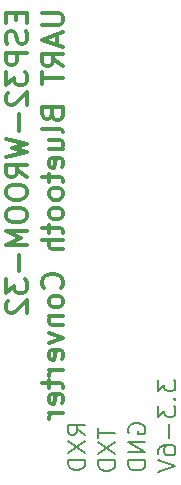
<source format=gbo>
%TF.GenerationSoftware,KiCad,Pcbnew,(5.1.7)-1*%
%TF.CreationDate,2020-10-20T01:21:36+09:00*%
%TF.ProjectId,UARTtoBluetoothSerial,55415254-746f-4426-9c75-65746f6f7468,rev?*%
%TF.SameCoordinates,Original*%
%TF.FileFunction,Legend,Bot*%
%TF.FilePolarity,Positive*%
%FSLAX46Y46*%
G04 Gerber Fmt 4.6, Leading zero omitted, Abs format (unit mm)*
G04 Created by KiCad (PCBNEW (5.1.7)-1) date 2020-10-20 01:21:36*
%MOMM*%
%LPD*%
G01*
G04 APERTURE LIST*
%ADD10C,0.300000*%
%ADD11C,0.200000*%
G04 APERTURE END LIST*
D10*
X106575428Y-60059571D02*
X106575428Y-60659571D01*
X107518285Y-60916714D02*
X107518285Y-60059571D01*
X105718285Y-60059571D01*
X105718285Y-60916714D01*
X107432571Y-61602428D02*
X107518285Y-61859571D01*
X107518285Y-62288142D01*
X107432571Y-62459571D01*
X107346857Y-62545285D01*
X107175428Y-62631000D01*
X107004000Y-62631000D01*
X106832571Y-62545285D01*
X106746857Y-62459571D01*
X106661142Y-62288142D01*
X106575428Y-61945285D01*
X106489714Y-61773857D01*
X106404000Y-61688142D01*
X106232571Y-61602428D01*
X106061142Y-61602428D01*
X105889714Y-61688142D01*
X105804000Y-61773857D01*
X105718285Y-61945285D01*
X105718285Y-62373857D01*
X105804000Y-62631000D01*
X107518285Y-63402428D02*
X105718285Y-63402428D01*
X105718285Y-64088142D01*
X105804000Y-64259571D01*
X105889714Y-64345285D01*
X106061142Y-64431000D01*
X106318285Y-64431000D01*
X106489714Y-64345285D01*
X106575428Y-64259571D01*
X106661142Y-64088142D01*
X106661142Y-63402428D01*
X105718285Y-65031000D02*
X105718285Y-66145285D01*
X106404000Y-65545285D01*
X106404000Y-65802428D01*
X106489714Y-65973857D01*
X106575428Y-66059571D01*
X106746857Y-66145285D01*
X107175428Y-66145285D01*
X107346857Y-66059571D01*
X107432571Y-65973857D01*
X107518285Y-65802428D01*
X107518285Y-65288142D01*
X107432571Y-65116714D01*
X107346857Y-65031000D01*
X105889714Y-66831000D02*
X105804000Y-66916714D01*
X105718285Y-67088142D01*
X105718285Y-67516714D01*
X105804000Y-67688142D01*
X105889714Y-67773857D01*
X106061142Y-67859571D01*
X106232571Y-67859571D01*
X106489714Y-67773857D01*
X107518285Y-66745285D01*
X107518285Y-67859571D01*
X106832571Y-68631000D02*
X106832571Y-70002428D01*
X105718285Y-70688142D02*
X107518285Y-71116714D01*
X106232571Y-71459571D01*
X107518285Y-71802428D01*
X105718285Y-72231000D01*
X107518285Y-73945285D02*
X106661142Y-73345285D01*
X107518285Y-72916714D02*
X105718285Y-72916714D01*
X105718285Y-73602428D01*
X105804000Y-73773857D01*
X105889714Y-73859571D01*
X106061142Y-73945285D01*
X106318285Y-73945285D01*
X106489714Y-73859571D01*
X106575428Y-73773857D01*
X106661142Y-73602428D01*
X106661142Y-72916714D01*
X105718285Y-75059571D02*
X105718285Y-75402428D01*
X105804000Y-75573857D01*
X105975428Y-75745285D01*
X106318285Y-75830999D01*
X106918285Y-75830999D01*
X107261142Y-75745285D01*
X107432571Y-75573857D01*
X107518285Y-75402428D01*
X107518285Y-75059571D01*
X107432571Y-74888142D01*
X107261142Y-74716714D01*
X106918285Y-74631000D01*
X106318285Y-74631000D01*
X105975428Y-74716714D01*
X105804000Y-74888142D01*
X105718285Y-75059571D01*
X105718285Y-76945285D02*
X105718285Y-77288142D01*
X105804000Y-77459571D01*
X105975428Y-77630999D01*
X106318285Y-77716714D01*
X106918285Y-77716714D01*
X107261142Y-77630999D01*
X107432571Y-77459571D01*
X107518285Y-77288142D01*
X107518285Y-76945285D01*
X107432571Y-76773857D01*
X107261142Y-76602428D01*
X106918285Y-76516714D01*
X106318285Y-76516714D01*
X105975428Y-76602428D01*
X105804000Y-76773857D01*
X105718285Y-76945285D01*
X107518285Y-78488142D02*
X105718285Y-78488142D01*
X107004000Y-79088142D01*
X105718285Y-79688142D01*
X107518285Y-79688142D01*
X106832571Y-80545285D02*
X106832571Y-81916714D01*
X105718285Y-82602428D02*
X105718285Y-83716714D01*
X106404000Y-83116714D01*
X106404000Y-83373857D01*
X106489714Y-83545285D01*
X106575428Y-83630999D01*
X106746857Y-83716714D01*
X107175428Y-83716714D01*
X107346857Y-83630999D01*
X107432571Y-83545285D01*
X107518285Y-83373857D01*
X107518285Y-82859571D01*
X107432571Y-82688142D01*
X107346857Y-82602428D01*
X105889714Y-84402428D02*
X105804000Y-84488142D01*
X105718285Y-84659571D01*
X105718285Y-85088142D01*
X105804000Y-85259571D01*
X105889714Y-85345285D01*
X106061142Y-85430999D01*
X106232571Y-85430999D01*
X106489714Y-85345285D01*
X107518285Y-84316714D01*
X107518285Y-85430999D01*
X108718285Y-60059571D02*
X110175428Y-60059571D01*
X110346857Y-60145285D01*
X110432571Y-60231000D01*
X110518285Y-60402428D01*
X110518285Y-60745285D01*
X110432571Y-60916714D01*
X110346857Y-61002428D01*
X110175428Y-61088142D01*
X108718285Y-61088142D01*
X110004000Y-61859571D02*
X110004000Y-62716714D01*
X110518285Y-61688142D02*
X108718285Y-62288142D01*
X110518285Y-62888142D01*
X110518285Y-64516714D02*
X109661142Y-63916714D01*
X110518285Y-63488142D02*
X108718285Y-63488142D01*
X108718285Y-64173857D01*
X108804000Y-64345285D01*
X108889714Y-64431000D01*
X109061142Y-64516714D01*
X109318285Y-64516714D01*
X109489714Y-64431000D01*
X109575428Y-64345285D01*
X109661142Y-64173857D01*
X109661142Y-63488142D01*
X108718285Y-65031000D02*
X108718285Y-66059571D01*
X110518285Y-65545285D02*
X108718285Y-65545285D01*
X109575428Y-68631000D02*
X109661142Y-68888142D01*
X109746857Y-68973857D01*
X109918285Y-69059571D01*
X110175428Y-69059571D01*
X110346857Y-68973857D01*
X110432571Y-68888142D01*
X110518285Y-68716714D01*
X110518285Y-68031000D01*
X108718285Y-68031000D01*
X108718285Y-68631000D01*
X108804000Y-68802428D01*
X108889714Y-68888142D01*
X109061142Y-68973857D01*
X109232571Y-68973857D01*
X109404000Y-68888142D01*
X109489714Y-68802428D01*
X109575428Y-68631000D01*
X109575428Y-68031000D01*
X110518285Y-70088142D02*
X110432571Y-69916714D01*
X110261142Y-69831000D01*
X108718285Y-69831000D01*
X109318285Y-71545285D02*
X110518285Y-71545285D01*
X109318285Y-70773857D02*
X110261142Y-70773857D01*
X110432571Y-70859571D01*
X110518285Y-71031000D01*
X110518285Y-71288142D01*
X110432571Y-71459571D01*
X110346857Y-71545285D01*
X110432571Y-73088142D02*
X110518285Y-72916714D01*
X110518285Y-72573857D01*
X110432571Y-72402428D01*
X110261142Y-72316714D01*
X109575428Y-72316714D01*
X109404000Y-72402428D01*
X109318285Y-72573857D01*
X109318285Y-72916714D01*
X109404000Y-73088142D01*
X109575428Y-73173857D01*
X109746857Y-73173857D01*
X109918285Y-72316714D01*
X109318285Y-73688142D02*
X109318285Y-74373857D01*
X108718285Y-73945285D02*
X110261142Y-73945285D01*
X110432571Y-74031000D01*
X110518285Y-74202428D01*
X110518285Y-74373857D01*
X110518285Y-75231000D02*
X110432571Y-75059571D01*
X110346857Y-74973857D01*
X110175428Y-74888142D01*
X109661142Y-74888142D01*
X109489714Y-74973857D01*
X109404000Y-75059571D01*
X109318285Y-75231000D01*
X109318285Y-75488142D01*
X109404000Y-75659571D01*
X109489714Y-75745285D01*
X109661142Y-75831000D01*
X110175428Y-75831000D01*
X110346857Y-75745285D01*
X110432571Y-75659571D01*
X110518285Y-75488142D01*
X110518285Y-75231000D01*
X110518285Y-76859571D02*
X110432571Y-76688142D01*
X110346857Y-76602428D01*
X110175428Y-76516714D01*
X109661142Y-76516714D01*
X109489714Y-76602428D01*
X109404000Y-76688142D01*
X109318285Y-76859571D01*
X109318285Y-77116714D01*
X109404000Y-77288142D01*
X109489714Y-77373857D01*
X109661142Y-77459571D01*
X110175428Y-77459571D01*
X110346857Y-77373857D01*
X110432571Y-77288142D01*
X110518285Y-77116714D01*
X110518285Y-76859571D01*
X109318285Y-77973857D02*
X109318285Y-78659571D01*
X108718285Y-78231000D02*
X110261142Y-78231000D01*
X110432571Y-78316714D01*
X110518285Y-78488142D01*
X110518285Y-78659571D01*
X110518285Y-79259571D02*
X108718285Y-79259571D01*
X110518285Y-80031000D02*
X109575428Y-80031000D01*
X109404000Y-79945285D01*
X109318285Y-79773857D01*
X109318285Y-79516714D01*
X109404000Y-79345285D01*
X109489714Y-79259571D01*
X110346857Y-83288142D02*
X110432571Y-83202428D01*
X110518285Y-82945285D01*
X110518285Y-82773857D01*
X110432571Y-82516714D01*
X110261142Y-82345285D01*
X110089714Y-82259571D01*
X109746857Y-82173857D01*
X109489714Y-82173857D01*
X109146857Y-82259571D01*
X108975428Y-82345285D01*
X108804000Y-82516714D01*
X108718285Y-82773857D01*
X108718285Y-82945285D01*
X108804000Y-83202428D01*
X108889714Y-83288142D01*
X110518285Y-84316714D02*
X110432571Y-84145285D01*
X110346857Y-84059571D01*
X110175428Y-83973857D01*
X109661142Y-83973857D01*
X109489714Y-84059571D01*
X109404000Y-84145285D01*
X109318285Y-84316714D01*
X109318285Y-84573857D01*
X109404000Y-84745285D01*
X109489714Y-84831000D01*
X109661142Y-84916714D01*
X110175428Y-84916714D01*
X110346857Y-84831000D01*
X110432571Y-84745285D01*
X110518285Y-84573857D01*
X110518285Y-84316714D01*
X109318285Y-85688142D02*
X110518285Y-85688142D01*
X109489714Y-85688142D02*
X109404000Y-85773857D01*
X109318285Y-85945285D01*
X109318285Y-86202428D01*
X109404000Y-86373857D01*
X109575428Y-86459571D01*
X110518285Y-86459571D01*
X109318285Y-87145285D02*
X110518285Y-87573857D01*
X109318285Y-88002428D01*
X110432571Y-89373857D02*
X110518285Y-89202428D01*
X110518285Y-88859571D01*
X110432571Y-88688142D01*
X110261142Y-88602428D01*
X109575428Y-88602428D01*
X109404000Y-88688142D01*
X109318285Y-88859571D01*
X109318285Y-89202428D01*
X109404000Y-89373857D01*
X109575428Y-89459571D01*
X109746857Y-89459571D01*
X109918285Y-88602428D01*
X110518285Y-90231000D02*
X109318285Y-90231000D01*
X109661142Y-90231000D02*
X109489714Y-90316714D01*
X109404000Y-90402428D01*
X109318285Y-90573857D01*
X109318285Y-90745285D01*
X109318285Y-91088142D02*
X109318285Y-91773857D01*
X108718285Y-91345285D02*
X110261142Y-91345285D01*
X110432571Y-91431000D01*
X110518285Y-91602428D01*
X110518285Y-91773857D01*
X110432571Y-93059571D02*
X110518285Y-92888142D01*
X110518285Y-92545285D01*
X110432571Y-92373857D01*
X110261142Y-92288142D01*
X109575428Y-92288142D01*
X109404000Y-92373857D01*
X109318285Y-92545285D01*
X109318285Y-92888142D01*
X109404000Y-93059571D01*
X109575428Y-93145285D01*
X109746857Y-93145285D01*
X109918285Y-92288142D01*
X110518285Y-93916714D02*
X109318285Y-93916714D01*
X109661142Y-93916714D02*
X109489714Y-94002428D01*
X109404000Y-94088142D01*
X109318285Y-94259571D01*
X109318285Y-94431000D01*
D11*
X112438571Y-95774000D02*
X111724285Y-95274000D01*
X112438571Y-94916857D02*
X110938571Y-94916857D01*
X110938571Y-95488285D01*
X111010000Y-95631142D01*
X111081428Y-95702571D01*
X111224285Y-95774000D01*
X111438571Y-95774000D01*
X111581428Y-95702571D01*
X111652857Y-95631142D01*
X111724285Y-95488285D01*
X111724285Y-94916857D01*
X110938571Y-96274000D02*
X112438571Y-97274000D01*
X110938571Y-97274000D02*
X112438571Y-96274000D01*
X112438571Y-97845428D02*
X110938571Y-97845428D01*
X110938571Y-98202571D01*
X111010000Y-98416857D01*
X111152857Y-98559714D01*
X111295714Y-98631142D01*
X111581428Y-98702571D01*
X111795714Y-98702571D01*
X112081428Y-98631142D01*
X112224285Y-98559714D01*
X112367142Y-98416857D01*
X112438571Y-98202571D01*
X112438571Y-97845428D01*
X113478571Y-95135142D02*
X113478571Y-95992285D01*
X114978571Y-95563714D02*
X113478571Y-95563714D01*
X113478571Y-96349428D02*
X114978571Y-97349428D01*
X113478571Y-97349428D02*
X114978571Y-96349428D01*
X114978571Y-97920857D02*
X113478571Y-97920857D01*
X113478571Y-98278000D01*
X113550000Y-98492285D01*
X113692857Y-98635142D01*
X113835714Y-98706571D01*
X114121428Y-98778000D01*
X114335714Y-98778000D01*
X114621428Y-98706571D01*
X114764285Y-98635142D01*
X114907142Y-98492285D01*
X114978571Y-98278000D01*
X114978571Y-97920857D01*
X116090000Y-95631142D02*
X116018571Y-95488285D01*
X116018571Y-95274000D01*
X116090000Y-95059714D01*
X116232857Y-94916857D01*
X116375714Y-94845428D01*
X116661428Y-94774000D01*
X116875714Y-94774000D01*
X117161428Y-94845428D01*
X117304285Y-94916857D01*
X117447142Y-95059714D01*
X117518571Y-95274000D01*
X117518571Y-95416857D01*
X117447142Y-95631142D01*
X117375714Y-95702571D01*
X116875714Y-95702571D01*
X116875714Y-95416857D01*
X117518571Y-96345428D02*
X116018571Y-96345428D01*
X117518571Y-97202571D01*
X116018571Y-97202571D01*
X117518571Y-97916857D02*
X116018571Y-97916857D01*
X116018571Y-98274000D01*
X116090000Y-98488285D01*
X116232857Y-98631142D01*
X116375714Y-98702571D01*
X116661428Y-98774000D01*
X116875714Y-98774000D01*
X117161428Y-98702571D01*
X117304285Y-98631142D01*
X117447142Y-98488285D01*
X117518571Y-98274000D01*
X117518571Y-97916857D01*
X118558571Y-91138857D02*
X118558571Y-92067428D01*
X119130000Y-91567428D01*
X119130000Y-91781714D01*
X119201428Y-91924571D01*
X119272857Y-91996000D01*
X119415714Y-92067428D01*
X119772857Y-92067428D01*
X119915714Y-91996000D01*
X119987142Y-91924571D01*
X120058571Y-91781714D01*
X120058571Y-91353142D01*
X119987142Y-91210285D01*
X119915714Y-91138857D01*
X119915714Y-92710285D02*
X119987142Y-92781714D01*
X120058571Y-92710285D01*
X119987142Y-92638857D01*
X119915714Y-92710285D01*
X120058571Y-92710285D01*
X118558571Y-93281714D02*
X118558571Y-94210285D01*
X119130000Y-93710285D01*
X119130000Y-93924571D01*
X119201428Y-94067428D01*
X119272857Y-94138857D01*
X119415714Y-94210285D01*
X119772857Y-94210285D01*
X119915714Y-94138857D01*
X119987142Y-94067428D01*
X120058571Y-93924571D01*
X120058571Y-93496000D01*
X119987142Y-93353142D01*
X119915714Y-93281714D01*
X119487142Y-94853142D02*
X119487142Y-95996000D01*
X118558571Y-97353142D02*
X118558571Y-97067428D01*
X118630000Y-96924571D01*
X118701428Y-96853142D01*
X118915714Y-96710285D01*
X119201428Y-96638857D01*
X119772857Y-96638857D01*
X119915714Y-96710285D01*
X119987142Y-96781714D01*
X120058571Y-96924571D01*
X120058571Y-97210285D01*
X119987142Y-97353142D01*
X119915714Y-97424571D01*
X119772857Y-97496000D01*
X119415714Y-97496000D01*
X119272857Y-97424571D01*
X119201428Y-97353142D01*
X119130000Y-97210285D01*
X119130000Y-96924571D01*
X119201428Y-96781714D01*
X119272857Y-96710285D01*
X119415714Y-96638857D01*
X118558571Y-97924571D02*
X120058571Y-98424571D01*
X118558571Y-98924571D01*
M02*

</source>
